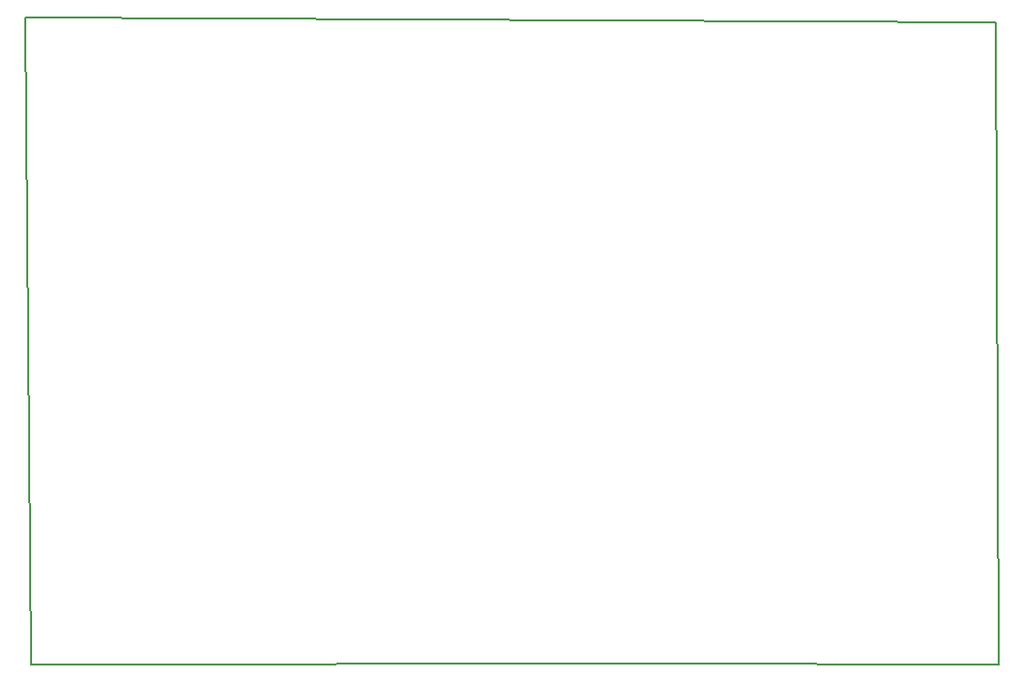
<source format=gm1>
G04 #@! TF.GenerationSoftware,KiCad,Pcbnew,5.0.2-bee76a0~70~ubuntu18.04.1*
G04 #@! TF.CreationDate,2019-11-08T01:10:53-05:00*
G04 #@! TF.ProjectId,controllerBoard,636f6e74-726f-46c6-9c65-72426f617264,rev?*
G04 #@! TF.SameCoordinates,Original*
G04 #@! TF.FileFunction,Profile,NP*
%FSLAX46Y46*%
G04 Gerber Fmt 4.6, Leading zero omitted, Abs format (unit mm)*
G04 Created by KiCad (PCBNEW 5.0.2-bee76a0~70~ubuntu18.04.1) date Fri 08 Nov 2019 01:10:53 AM EST*
%MOMM*%
%LPD*%
G01*
G04 APERTURE LIST*
%ADD10C,0.200000*%
%ADD11C,0.150000*%
G04 APERTURE END LIST*
D10*
X64770000Y-60960000D02*
X65278000Y-117348000D01*
D11*
X118110000Y-117221000D02*
X149479000Y-117348000D01*
X118110000Y-117221000D02*
X65278000Y-117348000D01*
D10*
X149225000Y-61341000D02*
X149479000Y-117348000D01*
X64770000Y-60960000D02*
X149225000Y-61341000D01*
M02*

</source>
